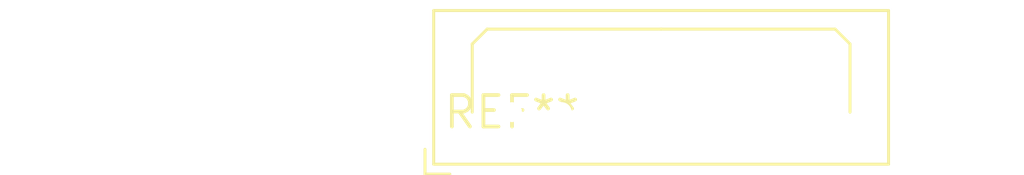
<source format=kicad_pcb>
(kicad_pcb (version 20240108) (generator pcbnew)
  (layers (0 "F.Cu" signal) (31 "B.Cu" signal) (34 "B.Paste" user) (35 "F.Paste" user) (36 "B.SilkS" user "B.Silkscreen") (37 "F.SilkS" user "F.Silkscreen") (38 "B.Mask" user) (39 "F.Mask" user) (44 "Edge.Cuts" user))
  (net 0 "")
  (footprint "Harwin_LTek-Male_2x07_P2.00mm_Vertical" (layer "F.Cu") (at 0 0)
    (property "Reference" "REF**")
    (property "Value" "Harwin_LTek-Male_2x07_P2.00mm_Vertical")
    (fp_line (start -3.5 1.5) (end -3.5 2.5) (layer "F.SilkS") (stroke (width 0.12)))
    (fp_line (start -3.5 2.5) (end -2.5 2.5) (layer "F.SilkS") (stroke (width 0.12)))
    (fp_line (start -3.15 -4.1) (end -3.15 2.1) (layer "F.SilkS") (stroke (width 0.12)))
    (fp_line (start -3.15 2.1) (end 15.15 2.1) (layer "F.SilkS") (stroke (width 0.12)))
    (fp_line (start -1.6 -2.75) (end -1 -3.35) (layer "F.SilkS") (stroke (width 0.12)))
    (fp_line (start -1.6 0) (end -1.6 -2.75) (layer "F.SilkS") (stroke (width 0.12)))
    (fp_line (start -1 -3.35) (end 6 -3.35) (layer "F.SilkS") (stroke (width 0.12)))
    (fp_line (start 13 -3.35) (end 6 -3.35) (layer "F.SilkS") (stroke (width 0.12)))
    (fp_line (start 13.6 -2.75) (end 13 -3.35) (layer "F.SilkS") (stroke (width 0.12)))
    (fp_line (start 13.6 0) (end 13.6 -2.75) (layer "F.SilkS") (stroke (width 0.12)))
    (fp_line (start 15.15 -4.1) (end -3.15 -4.1) (layer "F.SilkS") (stroke (width 0.12)))
    (fp_line (start 15.15 2.1) (end 15.15 -4.1) (layer "F.SilkS") (stroke (width 0.12)))
    (pad "1" thru_hole rect (at 0 0) (size 1.35 1.35) (drill 0.8) (layers *.Cu *.Mask) (remove_unused_layers))
    (pad "2" thru_hole circle (at 0 -2) (size 1.35 1.35) (drill 0.8) (layers *.Cu *.Mask) (remove_unused_layers))
    (pad "3" thru_hole circle (at 2 0) (size 1.35 1.35) (drill 0.8) (layers *.Cu *.Mask) (remove_unused_layers))
    (pad "4" thru_hole circle (at 2 -2) (size 1.35 1.35) (drill 0.8) (layers *.Cu *.Mask) (remove_unused_layers))
    (pad "5" thru_hole circle (at 4 0) (size 1.35 1.35) (drill 0.8) (layers *.Cu *.Mask) (remove_unused_layers))
    (pad "6" thru_hole circle (at 4 -2) (size 1.35 1.35) (drill 0.8) (layers *.Cu *.Mask) (remove_unused_layers))
    (pad "7" thru_hole circle (at 6 0) (size 1.35 1.35) (drill 0.8) (layers *.Cu *.Mask) (remove_unused_layers))
    (pad "8" thru_hole circle (at 6 -2) (size 1.35 1.35) (drill 0.8) (layers *.Cu *.Mask) (remove_unused_layers))
    (pad "9" thru_hole circle (at 8 0) (size 1.35 1.35) (drill 0.8) (layers *.Cu *.Mask) (remove_unused_layers))
    (pad "10" thru_hole circle (at 8 -2) (size 1.35 1.35) (drill 0.8) (layers *.Cu *.Mask) (remove_unused_layers))
    (pad "11" thru_hole circle (at 10 0) (size 1.35 1.35) (drill 0.8) (layers *.Cu *.Mask) (remove_unused_layers))
    (pad "12" thru_hole circle (at 10 -2) (size 1.35 1.35) (drill 0.8) (layers *.Cu *.Mask) (remove_unused_layers))
    (pad "13" thru_hole circle (at 12 0) (size 1.35 1.35) (drill 0.8) (layers *.Cu *.Mask) (remove_unused_layers))
    (pad "14" thru_hole circle (at 12 -2) (size 1.35 1.35) (drill 0.8) (layers *.Cu *.Mask) (remove_unused_layers))
  )
)
</source>
